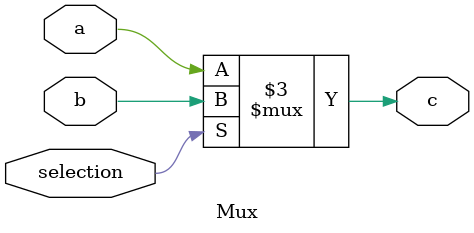
<source format=sv>
module Mux(a,b,selection,c);
  input logic a;
  input logic b;
  input logic selection;
  output logic c;
  //always@ blocks are used to describe events that should happen under certain conditions.like clock k liye use krty ha
  always@(*)begin
    if (selection)begin
      c<=b;
    end
      else begin
        c<=a;
      end
    end
    endmodule

</source>
